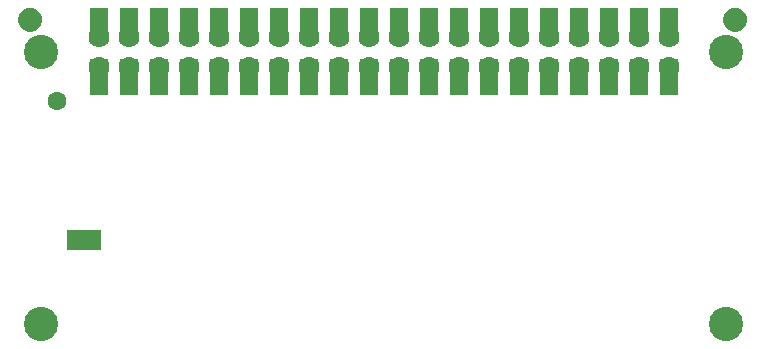
<source format=gbr>
G04 EAGLE Gerber RS-274X export*
G75*
%MOMM*%
%FSLAX34Y34*%
%LPD*%
%INSoldermask Bottom*%
%IPPOS*%
%AMOC8*
5,1,8,0,0,1.08239X$1,22.5*%
G01*
%ADD10C,2.901600*%
%ADD11R,1.625600X3.149600*%
%ADD12C,1.778000*%
%ADD13C,1.101600*%
%ADD14C,0.500000*%
%ADD15R,2.921000X1.651000*%
%ADD16C,1.601600*%


D10*
X35000Y265000D03*
X615000Y265000D03*
X615000Y35000D03*
D11*
X83696Y243394D03*
X83696Y286574D03*
X109096Y243394D03*
X109096Y286574D03*
X134496Y286574D03*
X134496Y243394D03*
X159896Y286574D03*
X159896Y243394D03*
X185296Y286574D03*
X185296Y243394D03*
X210696Y286574D03*
X210696Y243394D03*
X236096Y286574D03*
X236096Y243394D03*
X261496Y286574D03*
X261496Y243394D03*
X286896Y286574D03*
X286896Y243394D03*
X312296Y286574D03*
X312296Y243394D03*
X337696Y286574D03*
X337696Y243394D03*
X363096Y286574D03*
X363096Y243394D03*
X388496Y286574D03*
X388496Y243394D03*
X413896Y286574D03*
X413896Y243394D03*
X439296Y286574D03*
X439296Y243394D03*
X464696Y286574D03*
X464696Y243394D03*
X490096Y286574D03*
X490096Y243394D03*
X515496Y286574D03*
X515496Y243394D03*
X540896Y286574D03*
X540896Y243394D03*
X566296Y286574D03*
X566296Y243394D03*
D10*
X35000Y35000D03*
D12*
X83700Y252300D03*
X83700Y277700D03*
X109100Y252300D03*
X109100Y277700D03*
X134500Y252300D03*
X134500Y277700D03*
X159900Y252300D03*
X159900Y277700D03*
X185300Y252300D03*
X185300Y277700D03*
X210700Y252300D03*
X210700Y277700D03*
X236100Y252300D03*
X236100Y277700D03*
X261500Y252300D03*
X261500Y277700D03*
X286900Y252300D03*
X286900Y277700D03*
X312300Y252300D03*
X312300Y277700D03*
X337700Y252300D03*
X337700Y277700D03*
X363100Y252300D03*
X363100Y277700D03*
X388500Y252300D03*
X388500Y277700D03*
X413900Y252300D03*
X413900Y277700D03*
X439300Y252300D03*
X439300Y277700D03*
X464700Y252300D03*
X464700Y277700D03*
X490100Y252300D03*
X490100Y277700D03*
X515500Y252300D03*
X515500Y277700D03*
X540900Y252300D03*
X540900Y277700D03*
X566300Y252300D03*
X566300Y277700D03*
D13*
X25400Y292100D03*
D14*
X32900Y292100D02*
X32898Y292281D01*
X32891Y292462D01*
X32880Y292643D01*
X32865Y292824D01*
X32845Y293004D01*
X32821Y293184D01*
X32793Y293363D01*
X32760Y293541D01*
X32723Y293718D01*
X32682Y293895D01*
X32637Y294070D01*
X32587Y294245D01*
X32533Y294418D01*
X32475Y294589D01*
X32413Y294760D01*
X32346Y294928D01*
X32276Y295095D01*
X32202Y295261D01*
X32123Y295424D01*
X32041Y295585D01*
X31955Y295745D01*
X31865Y295902D01*
X31771Y296057D01*
X31674Y296210D01*
X31572Y296360D01*
X31468Y296508D01*
X31359Y296654D01*
X31248Y296796D01*
X31132Y296936D01*
X31014Y297073D01*
X30892Y297208D01*
X30767Y297339D01*
X30639Y297467D01*
X30508Y297592D01*
X30373Y297714D01*
X30236Y297832D01*
X30096Y297948D01*
X29954Y298059D01*
X29808Y298168D01*
X29660Y298272D01*
X29510Y298374D01*
X29357Y298471D01*
X29202Y298565D01*
X29045Y298655D01*
X28885Y298741D01*
X28724Y298823D01*
X28561Y298902D01*
X28395Y298976D01*
X28228Y299046D01*
X28060Y299113D01*
X27889Y299175D01*
X27718Y299233D01*
X27545Y299287D01*
X27370Y299337D01*
X27195Y299382D01*
X27018Y299423D01*
X26841Y299460D01*
X26663Y299493D01*
X26484Y299521D01*
X26304Y299545D01*
X26124Y299565D01*
X25943Y299580D01*
X25762Y299591D01*
X25581Y299598D01*
X25400Y299600D01*
X25219Y299598D01*
X25038Y299591D01*
X24857Y299580D01*
X24676Y299565D01*
X24496Y299545D01*
X24316Y299521D01*
X24137Y299493D01*
X23959Y299460D01*
X23782Y299423D01*
X23605Y299382D01*
X23430Y299337D01*
X23255Y299287D01*
X23082Y299233D01*
X22911Y299175D01*
X22740Y299113D01*
X22572Y299046D01*
X22405Y298976D01*
X22239Y298902D01*
X22076Y298823D01*
X21915Y298741D01*
X21755Y298655D01*
X21598Y298565D01*
X21443Y298471D01*
X21290Y298374D01*
X21140Y298272D01*
X20992Y298168D01*
X20846Y298059D01*
X20704Y297948D01*
X20564Y297832D01*
X20427Y297714D01*
X20292Y297592D01*
X20161Y297467D01*
X20033Y297339D01*
X19908Y297208D01*
X19786Y297073D01*
X19668Y296936D01*
X19552Y296796D01*
X19441Y296654D01*
X19332Y296508D01*
X19228Y296360D01*
X19126Y296210D01*
X19029Y296057D01*
X18935Y295902D01*
X18845Y295745D01*
X18759Y295585D01*
X18677Y295424D01*
X18598Y295261D01*
X18524Y295095D01*
X18454Y294928D01*
X18387Y294760D01*
X18325Y294589D01*
X18267Y294418D01*
X18213Y294245D01*
X18163Y294070D01*
X18118Y293895D01*
X18077Y293718D01*
X18040Y293541D01*
X18007Y293363D01*
X17979Y293184D01*
X17955Y293004D01*
X17935Y292824D01*
X17920Y292643D01*
X17909Y292462D01*
X17902Y292281D01*
X17900Y292100D01*
X17902Y291919D01*
X17909Y291738D01*
X17920Y291557D01*
X17935Y291376D01*
X17955Y291196D01*
X17979Y291016D01*
X18007Y290837D01*
X18040Y290659D01*
X18077Y290482D01*
X18118Y290305D01*
X18163Y290130D01*
X18213Y289955D01*
X18267Y289782D01*
X18325Y289611D01*
X18387Y289440D01*
X18454Y289272D01*
X18524Y289105D01*
X18598Y288939D01*
X18677Y288776D01*
X18759Y288615D01*
X18845Y288455D01*
X18935Y288298D01*
X19029Y288143D01*
X19126Y287990D01*
X19228Y287840D01*
X19332Y287692D01*
X19441Y287546D01*
X19552Y287404D01*
X19668Y287264D01*
X19786Y287127D01*
X19908Y286992D01*
X20033Y286861D01*
X20161Y286733D01*
X20292Y286608D01*
X20427Y286486D01*
X20564Y286368D01*
X20704Y286252D01*
X20846Y286141D01*
X20992Y286032D01*
X21140Y285928D01*
X21290Y285826D01*
X21443Y285729D01*
X21598Y285635D01*
X21755Y285545D01*
X21915Y285459D01*
X22076Y285377D01*
X22239Y285298D01*
X22405Y285224D01*
X22572Y285154D01*
X22740Y285087D01*
X22911Y285025D01*
X23082Y284967D01*
X23255Y284913D01*
X23430Y284863D01*
X23605Y284818D01*
X23782Y284777D01*
X23959Y284740D01*
X24137Y284707D01*
X24316Y284679D01*
X24496Y284655D01*
X24676Y284635D01*
X24857Y284620D01*
X25038Y284609D01*
X25219Y284602D01*
X25400Y284600D01*
X25581Y284602D01*
X25762Y284609D01*
X25943Y284620D01*
X26124Y284635D01*
X26304Y284655D01*
X26484Y284679D01*
X26663Y284707D01*
X26841Y284740D01*
X27018Y284777D01*
X27195Y284818D01*
X27370Y284863D01*
X27545Y284913D01*
X27718Y284967D01*
X27889Y285025D01*
X28060Y285087D01*
X28228Y285154D01*
X28395Y285224D01*
X28561Y285298D01*
X28724Y285377D01*
X28885Y285459D01*
X29045Y285545D01*
X29202Y285635D01*
X29357Y285729D01*
X29510Y285826D01*
X29660Y285928D01*
X29808Y286032D01*
X29954Y286141D01*
X30096Y286252D01*
X30236Y286368D01*
X30373Y286486D01*
X30508Y286608D01*
X30639Y286733D01*
X30767Y286861D01*
X30892Y286992D01*
X31014Y287127D01*
X31132Y287264D01*
X31248Y287404D01*
X31359Y287546D01*
X31468Y287692D01*
X31572Y287840D01*
X31674Y287990D01*
X31771Y288143D01*
X31865Y288298D01*
X31955Y288455D01*
X32041Y288615D01*
X32123Y288776D01*
X32202Y288939D01*
X32276Y289105D01*
X32346Y289272D01*
X32413Y289440D01*
X32475Y289611D01*
X32533Y289782D01*
X32587Y289955D01*
X32637Y290130D01*
X32682Y290305D01*
X32723Y290482D01*
X32760Y290659D01*
X32793Y290837D01*
X32821Y291016D01*
X32845Y291196D01*
X32865Y291376D01*
X32880Y291557D01*
X32891Y291738D01*
X32898Y291919D01*
X32900Y292100D01*
D13*
X622300Y292100D03*
D14*
X629800Y292100D02*
X629798Y292281D01*
X629791Y292462D01*
X629780Y292643D01*
X629765Y292824D01*
X629745Y293004D01*
X629721Y293184D01*
X629693Y293363D01*
X629660Y293541D01*
X629623Y293718D01*
X629582Y293895D01*
X629537Y294070D01*
X629487Y294245D01*
X629433Y294418D01*
X629375Y294589D01*
X629313Y294760D01*
X629246Y294928D01*
X629176Y295095D01*
X629102Y295261D01*
X629023Y295424D01*
X628941Y295585D01*
X628855Y295745D01*
X628765Y295902D01*
X628671Y296057D01*
X628574Y296210D01*
X628472Y296360D01*
X628368Y296508D01*
X628259Y296654D01*
X628148Y296796D01*
X628032Y296936D01*
X627914Y297073D01*
X627792Y297208D01*
X627667Y297339D01*
X627539Y297467D01*
X627408Y297592D01*
X627273Y297714D01*
X627136Y297832D01*
X626996Y297948D01*
X626854Y298059D01*
X626708Y298168D01*
X626560Y298272D01*
X626410Y298374D01*
X626257Y298471D01*
X626102Y298565D01*
X625945Y298655D01*
X625785Y298741D01*
X625624Y298823D01*
X625461Y298902D01*
X625295Y298976D01*
X625128Y299046D01*
X624960Y299113D01*
X624789Y299175D01*
X624618Y299233D01*
X624445Y299287D01*
X624270Y299337D01*
X624095Y299382D01*
X623918Y299423D01*
X623741Y299460D01*
X623563Y299493D01*
X623384Y299521D01*
X623204Y299545D01*
X623024Y299565D01*
X622843Y299580D01*
X622662Y299591D01*
X622481Y299598D01*
X622300Y299600D01*
X622119Y299598D01*
X621938Y299591D01*
X621757Y299580D01*
X621576Y299565D01*
X621396Y299545D01*
X621216Y299521D01*
X621037Y299493D01*
X620859Y299460D01*
X620682Y299423D01*
X620505Y299382D01*
X620330Y299337D01*
X620155Y299287D01*
X619982Y299233D01*
X619811Y299175D01*
X619640Y299113D01*
X619472Y299046D01*
X619305Y298976D01*
X619139Y298902D01*
X618976Y298823D01*
X618815Y298741D01*
X618655Y298655D01*
X618498Y298565D01*
X618343Y298471D01*
X618190Y298374D01*
X618040Y298272D01*
X617892Y298168D01*
X617746Y298059D01*
X617604Y297948D01*
X617464Y297832D01*
X617327Y297714D01*
X617192Y297592D01*
X617061Y297467D01*
X616933Y297339D01*
X616808Y297208D01*
X616686Y297073D01*
X616568Y296936D01*
X616452Y296796D01*
X616341Y296654D01*
X616232Y296508D01*
X616128Y296360D01*
X616026Y296210D01*
X615929Y296057D01*
X615835Y295902D01*
X615745Y295745D01*
X615659Y295585D01*
X615577Y295424D01*
X615498Y295261D01*
X615424Y295095D01*
X615354Y294928D01*
X615287Y294760D01*
X615225Y294589D01*
X615167Y294418D01*
X615113Y294245D01*
X615063Y294070D01*
X615018Y293895D01*
X614977Y293718D01*
X614940Y293541D01*
X614907Y293363D01*
X614879Y293184D01*
X614855Y293004D01*
X614835Y292824D01*
X614820Y292643D01*
X614809Y292462D01*
X614802Y292281D01*
X614800Y292100D01*
X614802Y291919D01*
X614809Y291738D01*
X614820Y291557D01*
X614835Y291376D01*
X614855Y291196D01*
X614879Y291016D01*
X614907Y290837D01*
X614940Y290659D01*
X614977Y290482D01*
X615018Y290305D01*
X615063Y290130D01*
X615113Y289955D01*
X615167Y289782D01*
X615225Y289611D01*
X615287Y289440D01*
X615354Y289272D01*
X615424Y289105D01*
X615498Y288939D01*
X615577Y288776D01*
X615659Y288615D01*
X615745Y288455D01*
X615835Y288298D01*
X615929Y288143D01*
X616026Y287990D01*
X616128Y287840D01*
X616232Y287692D01*
X616341Y287546D01*
X616452Y287404D01*
X616568Y287264D01*
X616686Y287127D01*
X616808Y286992D01*
X616933Y286861D01*
X617061Y286733D01*
X617192Y286608D01*
X617327Y286486D01*
X617464Y286368D01*
X617604Y286252D01*
X617746Y286141D01*
X617892Y286032D01*
X618040Y285928D01*
X618190Y285826D01*
X618343Y285729D01*
X618498Y285635D01*
X618655Y285545D01*
X618815Y285459D01*
X618976Y285377D01*
X619139Y285298D01*
X619305Y285224D01*
X619472Y285154D01*
X619640Y285087D01*
X619811Y285025D01*
X619982Y284967D01*
X620155Y284913D01*
X620330Y284863D01*
X620505Y284818D01*
X620682Y284777D01*
X620859Y284740D01*
X621037Y284707D01*
X621216Y284679D01*
X621396Y284655D01*
X621576Y284635D01*
X621757Y284620D01*
X621938Y284609D01*
X622119Y284602D01*
X622300Y284600D01*
X622481Y284602D01*
X622662Y284609D01*
X622843Y284620D01*
X623024Y284635D01*
X623204Y284655D01*
X623384Y284679D01*
X623563Y284707D01*
X623741Y284740D01*
X623918Y284777D01*
X624095Y284818D01*
X624270Y284863D01*
X624445Y284913D01*
X624618Y284967D01*
X624789Y285025D01*
X624960Y285087D01*
X625128Y285154D01*
X625295Y285224D01*
X625461Y285298D01*
X625624Y285377D01*
X625785Y285459D01*
X625945Y285545D01*
X626102Y285635D01*
X626257Y285729D01*
X626410Y285826D01*
X626560Y285928D01*
X626708Y286032D01*
X626854Y286141D01*
X626996Y286252D01*
X627136Y286368D01*
X627273Y286486D01*
X627408Y286608D01*
X627539Y286733D01*
X627667Y286861D01*
X627792Y286992D01*
X627914Y287127D01*
X628032Y287264D01*
X628148Y287404D01*
X628259Y287546D01*
X628368Y287692D01*
X628472Y287840D01*
X628574Y287990D01*
X628671Y288143D01*
X628765Y288298D01*
X628855Y288455D01*
X628941Y288615D01*
X629023Y288776D01*
X629102Y288939D01*
X629176Y289105D01*
X629246Y289272D01*
X629313Y289440D01*
X629375Y289611D01*
X629433Y289782D01*
X629487Y289955D01*
X629537Y290130D01*
X629582Y290305D01*
X629623Y290482D01*
X629660Y290659D01*
X629693Y290837D01*
X629721Y291016D01*
X629745Y291196D01*
X629765Y291376D01*
X629780Y291557D01*
X629791Y291738D01*
X629798Y291919D01*
X629800Y292100D01*
D15*
X71120Y105410D03*
D16*
X48260Y223520D03*
M02*

</source>
